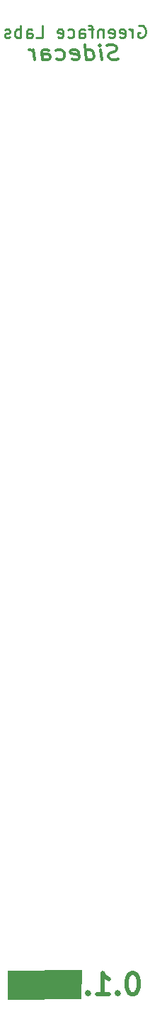
<source format=gbr>
G04 #@! TF.GenerationSoftware,KiCad,Pcbnew,8.0.8*
G04 #@! TF.CreationDate,2025-08-03T15:09:02-07:00*
G04 #@! TF.ProjectId,sidecar,73696465-6361-4722-9e6b-696361645f70,0.1*
G04 #@! TF.SameCoordinates,Original*
G04 #@! TF.FileFunction,Legend,Bot*
G04 #@! TF.FilePolarity,Positive*
%FSLAX46Y46*%
G04 Gerber Fmt 4.6, Leading zero omitted, Abs format (unit mm)*
G04 Created by KiCad (PCBNEW 8.0.8) date 2025-08-03 15:09:02*
%MOMM*%
%LPD*%
G01*
G04 APERTURE LIST*
%ADD10C,0.300000*%
%ADD11C,0.250000*%
%ADD12C,0.100000*%
%ADD13C,0.500000*%
G04 APERTURE END LIST*
D10*
X55120476Y-41151400D02*
X54845476Y-41237114D01*
X54845476Y-41237114D02*
X54369286Y-41237114D01*
X54369286Y-41237114D02*
X54168095Y-41151400D01*
X54168095Y-41151400D02*
X54062143Y-41065685D01*
X54062143Y-41065685D02*
X53945476Y-40894257D01*
X53945476Y-40894257D02*
X53924048Y-40722828D01*
X53924048Y-40722828D02*
X53997857Y-40551400D01*
X53997857Y-40551400D02*
X54082381Y-40465685D01*
X54082381Y-40465685D02*
X54262143Y-40379971D01*
X54262143Y-40379971D02*
X54632381Y-40294257D01*
X54632381Y-40294257D02*
X54812143Y-40208542D01*
X54812143Y-40208542D02*
X54896667Y-40122828D01*
X54896667Y-40122828D02*
X54970476Y-39951400D01*
X54970476Y-39951400D02*
X54949048Y-39779971D01*
X54949048Y-39779971D02*
X54832381Y-39608542D01*
X54832381Y-39608542D02*
X54726429Y-39522828D01*
X54726429Y-39522828D02*
X54525238Y-39437114D01*
X54525238Y-39437114D02*
X54049048Y-39437114D01*
X54049048Y-39437114D02*
X53774048Y-39522828D01*
X53131190Y-41237114D02*
X52981190Y-40037114D01*
X52906190Y-39437114D02*
X53012143Y-39522828D01*
X53012143Y-39522828D02*
X52927619Y-39608542D01*
X52927619Y-39608542D02*
X52821667Y-39522828D01*
X52821667Y-39522828D02*
X52906190Y-39437114D01*
X52906190Y-39437114D02*
X52927619Y-39608542D01*
X51321666Y-41237114D02*
X51096666Y-39437114D01*
X51310952Y-41151400D02*
X51512143Y-41237114D01*
X51512143Y-41237114D02*
X51893095Y-41237114D01*
X51893095Y-41237114D02*
X52072857Y-41151400D01*
X52072857Y-41151400D02*
X52157381Y-41065685D01*
X52157381Y-41065685D02*
X52231190Y-40894257D01*
X52231190Y-40894257D02*
X52166905Y-40379971D01*
X52166905Y-40379971D02*
X52050238Y-40208542D01*
X52050238Y-40208542D02*
X51944286Y-40122828D01*
X51944286Y-40122828D02*
X51743095Y-40037114D01*
X51743095Y-40037114D02*
X51362143Y-40037114D01*
X51362143Y-40037114D02*
X51182381Y-40122828D01*
X49596666Y-41151400D02*
X49797857Y-41237114D01*
X49797857Y-41237114D02*
X50178809Y-41237114D01*
X50178809Y-41237114D02*
X50358571Y-41151400D01*
X50358571Y-41151400D02*
X50432381Y-40979971D01*
X50432381Y-40979971D02*
X50346666Y-40294257D01*
X50346666Y-40294257D02*
X50230000Y-40122828D01*
X50230000Y-40122828D02*
X50028809Y-40037114D01*
X50028809Y-40037114D02*
X49647857Y-40037114D01*
X49647857Y-40037114D02*
X49468095Y-40122828D01*
X49468095Y-40122828D02*
X49394285Y-40294257D01*
X49394285Y-40294257D02*
X49415714Y-40465685D01*
X49415714Y-40465685D02*
X50389523Y-40637114D01*
X47787142Y-41151400D02*
X47988333Y-41237114D01*
X47988333Y-41237114D02*
X48369285Y-41237114D01*
X48369285Y-41237114D02*
X48549047Y-41151400D01*
X48549047Y-41151400D02*
X48633571Y-41065685D01*
X48633571Y-41065685D02*
X48707380Y-40894257D01*
X48707380Y-40894257D02*
X48643095Y-40379971D01*
X48643095Y-40379971D02*
X48526428Y-40208542D01*
X48526428Y-40208542D02*
X48420476Y-40122828D01*
X48420476Y-40122828D02*
X48219285Y-40037114D01*
X48219285Y-40037114D02*
X47838333Y-40037114D01*
X47838333Y-40037114D02*
X47658571Y-40122828D01*
X46083570Y-41237114D02*
X45965713Y-40294257D01*
X45965713Y-40294257D02*
X46039523Y-40122828D01*
X46039523Y-40122828D02*
X46219285Y-40037114D01*
X46219285Y-40037114D02*
X46600237Y-40037114D01*
X46600237Y-40037114D02*
X46801428Y-40122828D01*
X46072856Y-41151400D02*
X46274047Y-41237114D01*
X46274047Y-41237114D02*
X46750237Y-41237114D01*
X46750237Y-41237114D02*
X46929999Y-41151400D01*
X46929999Y-41151400D02*
X47003809Y-40979971D01*
X47003809Y-40979971D02*
X46982380Y-40808542D01*
X46982380Y-40808542D02*
X46865713Y-40637114D01*
X46865713Y-40637114D02*
X46664523Y-40551400D01*
X46664523Y-40551400D02*
X46188332Y-40551400D01*
X46188332Y-40551400D02*
X45987142Y-40465685D01*
X45131189Y-41237114D02*
X44981189Y-40037114D01*
X45024046Y-40379971D02*
X44907380Y-40208542D01*
X44907380Y-40208542D02*
X44801427Y-40122828D01*
X44801427Y-40122828D02*
X44600237Y-40037114D01*
X44600237Y-40037114D02*
X44409761Y-40037114D01*
D11*
X57531427Y-37172357D02*
X57674285Y-37100928D01*
X57674285Y-37100928D02*
X57888570Y-37100928D01*
X57888570Y-37100928D02*
X58102856Y-37172357D01*
X58102856Y-37172357D02*
X58245713Y-37315214D01*
X58245713Y-37315214D02*
X58317142Y-37458071D01*
X58317142Y-37458071D02*
X58388570Y-37743785D01*
X58388570Y-37743785D02*
X58388570Y-37958071D01*
X58388570Y-37958071D02*
X58317142Y-38243785D01*
X58317142Y-38243785D02*
X58245713Y-38386642D01*
X58245713Y-38386642D02*
X58102856Y-38529500D01*
X58102856Y-38529500D02*
X57888570Y-38600928D01*
X57888570Y-38600928D02*
X57745713Y-38600928D01*
X57745713Y-38600928D02*
X57531427Y-38529500D01*
X57531427Y-38529500D02*
X57459999Y-38458071D01*
X57459999Y-38458071D02*
X57459999Y-37958071D01*
X57459999Y-37958071D02*
X57745713Y-37958071D01*
X56817142Y-38600928D02*
X56817142Y-37600928D01*
X56817142Y-37886642D02*
X56745713Y-37743785D01*
X56745713Y-37743785D02*
X56674285Y-37672357D01*
X56674285Y-37672357D02*
X56531427Y-37600928D01*
X56531427Y-37600928D02*
X56388570Y-37600928D01*
X55317142Y-38529500D02*
X55459999Y-38600928D01*
X55459999Y-38600928D02*
X55745714Y-38600928D01*
X55745714Y-38600928D02*
X55888571Y-38529500D01*
X55888571Y-38529500D02*
X55959999Y-38386642D01*
X55959999Y-38386642D02*
X55959999Y-37815214D01*
X55959999Y-37815214D02*
X55888571Y-37672357D01*
X55888571Y-37672357D02*
X55745714Y-37600928D01*
X55745714Y-37600928D02*
X55459999Y-37600928D01*
X55459999Y-37600928D02*
X55317142Y-37672357D01*
X55317142Y-37672357D02*
X55245714Y-37815214D01*
X55245714Y-37815214D02*
X55245714Y-37958071D01*
X55245714Y-37958071D02*
X55959999Y-38100928D01*
X54031428Y-38529500D02*
X54174285Y-38600928D01*
X54174285Y-38600928D02*
X54460000Y-38600928D01*
X54460000Y-38600928D02*
X54602857Y-38529500D01*
X54602857Y-38529500D02*
X54674285Y-38386642D01*
X54674285Y-38386642D02*
X54674285Y-37815214D01*
X54674285Y-37815214D02*
X54602857Y-37672357D01*
X54602857Y-37672357D02*
X54460000Y-37600928D01*
X54460000Y-37600928D02*
X54174285Y-37600928D01*
X54174285Y-37600928D02*
X54031428Y-37672357D01*
X54031428Y-37672357D02*
X53960000Y-37815214D01*
X53960000Y-37815214D02*
X53960000Y-37958071D01*
X53960000Y-37958071D02*
X54674285Y-38100928D01*
X53317143Y-37600928D02*
X53317143Y-38600928D01*
X53317143Y-37743785D02*
X53245714Y-37672357D01*
X53245714Y-37672357D02*
X53102857Y-37600928D01*
X53102857Y-37600928D02*
X52888571Y-37600928D01*
X52888571Y-37600928D02*
X52745714Y-37672357D01*
X52745714Y-37672357D02*
X52674286Y-37815214D01*
X52674286Y-37815214D02*
X52674286Y-38600928D01*
X52174285Y-37600928D02*
X51602857Y-37600928D01*
X51960000Y-38600928D02*
X51960000Y-37315214D01*
X51960000Y-37315214D02*
X51888571Y-37172357D01*
X51888571Y-37172357D02*
X51745714Y-37100928D01*
X51745714Y-37100928D02*
X51602857Y-37100928D01*
X50460000Y-38600928D02*
X50460000Y-37815214D01*
X50460000Y-37815214D02*
X50531428Y-37672357D01*
X50531428Y-37672357D02*
X50674285Y-37600928D01*
X50674285Y-37600928D02*
X50960000Y-37600928D01*
X50960000Y-37600928D02*
X51102857Y-37672357D01*
X50460000Y-38529500D02*
X50602857Y-38600928D01*
X50602857Y-38600928D02*
X50960000Y-38600928D01*
X50960000Y-38600928D02*
X51102857Y-38529500D01*
X51102857Y-38529500D02*
X51174285Y-38386642D01*
X51174285Y-38386642D02*
X51174285Y-38243785D01*
X51174285Y-38243785D02*
X51102857Y-38100928D01*
X51102857Y-38100928D02*
X50960000Y-38029500D01*
X50960000Y-38029500D02*
X50602857Y-38029500D01*
X50602857Y-38029500D02*
X50460000Y-37958071D01*
X49102857Y-38529500D02*
X49245714Y-38600928D01*
X49245714Y-38600928D02*
X49531428Y-38600928D01*
X49531428Y-38600928D02*
X49674285Y-38529500D01*
X49674285Y-38529500D02*
X49745714Y-38458071D01*
X49745714Y-38458071D02*
X49817142Y-38315214D01*
X49817142Y-38315214D02*
X49817142Y-37886642D01*
X49817142Y-37886642D02*
X49745714Y-37743785D01*
X49745714Y-37743785D02*
X49674285Y-37672357D01*
X49674285Y-37672357D02*
X49531428Y-37600928D01*
X49531428Y-37600928D02*
X49245714Y-37600928D01*
X49245714Y-37600928D02*
X49102857Y-37672357D01*
X47888571Y-38529500D02*
X48031428Y-38600928D01*
X48031428Y-38600928D02*
X48317143Y-38600928D01*
X48317143Y-38600928D02*
X48460000Y-38529500D01*
X48460000Y-38529500D02*
X48531428Y-38386642D01*
X48531428Y-38386642D02*
X48531428Y-37815214D01*
X48531428Y-37815214D02*
X48460000Y-37672357D01*
X48460000Y-37672357D02*
X48317143Y-37600928D01*
X48317143Y-37600928D02*
X48031428Y-37600928D01*
X48031428Y-37600928D02*
X47888571Y-37672357D01*
X47888571Y-37672357D02*
X47817143Y-37815214D01*
X47817143Y-37815214D02*
X47817143Y-37958071D01*
X47817143Y-37958071D02*
X48531428Y-38100928D01*
X45317143Y-38600928D02*
X46031429Y-38600928D01*
X46031429Y-38600928D02*
X46031429Y-37100928D01*
X44174286Y-38600928D02*
X44174286Y-37815214D01*
X44174286Y-37815214D02*
X44245714Y-37672357D01*
X44245714Y-37672357D02*
X44388571Y-37600928D01*
X44388571Y-37600928D02*
X44674286Y-37600928D01*
X44674286Y-37600928D02*
X44817143Y-37672357D01*
X44174286Y-38529500D02*
X44317143Y-38600928D01*
X44317143Y-38600928D02*
X44674286Y-38600928D01*
X44674286Y-38600928D02*
X44817143Y-38529500D01*
X44817143Y-38529500D02*
X44888571Y-38386642D01*
X44888571Y-38386642D02*
X44888571Y-38243785D01*
X44888571Y-38243785D02*
X44817143Y-38100928D01*
X44817143Y-38100928D02*
X44674286Y-38029500D01*
X44674286Y-38029500D02*
X44317143Y-38029500D01*
X44317143Y-38029500D02*
X44174286Y-37958071D01*
X43460000Y-38600928D02*
X43460000Y-37100928D01*
X43460000Y-37672357D02*
X43317143Y-37600928D01*
X43317143Y-37600928D02*
X43031428Y-37600928D01*
X43031428Y-37600928D02*
X42888571Y-37672357D01*
X42888571Y-37672357D02*
X42817143Y-37743785D01*
X42817143Y-37743785D02*
X42745714Y-37886642D01*
X42745714Y-37886642D02*
X42745714Y-38315214D01*
X42745714Y-38315214D02*
X42817143Y-38458071D01*
X42817143Y-38458071D02*
X42888571Y-38529500D01*
X42888571Y-38529500D02*
X43031428Y-38600928D01*
X43031428Y-38600928D02*
X43317143Y-38600928D01*
X43317143Y-38600928D02*
X43460000Y-38529500D01*
X42174285Y-38529500D02*
X42031428Y-38600928D01*
X42031428Y-38600928D02*
X41745714Y-38600928D01*
X41745714Y-38600928D02*
X41602857Y-38529500D01*
X41602857Y-38529500D02*
X41531428Y-38386642D01*
X41531428Y-38386642D02*
X41531428Y-38315214D01*
X41531428Y-38315214D02*
X41602857Y-38172357D01*
X41602857Y-38172357D02*
X41745714Y-38100928D01*
X41745714Y-38100928D02*
X41960000Y-38100928D01*
X41960000Y-38100928D02*
X42102857Y-38029500D01*
X42102857Y-38029500D02*
X42174285Y-37886642D01*
X42174285Y-37886642D02*
X42174285Y-37815214D01*
X42174285Y-37815214D02*
X42102857Y-37672357D01*
X42102857Y-37672357D02*
X41960000Y-37600928D01*
X41960000Y-37600928D02*
X41745714Y-37600928D01*
X41745714Y-37600928D02*
X41602857Y-37672357D01*
D12*
X50670446Y-153082717D02*
X41938358Y-153136662D01*
X41948071Y-149728306D01*
X50680159Y-149674361D01*
X50670446Y-153082717D01*
G36*
X50670446Y-153082717D02*
G01*
X41938358Y-153136662D01*
X41948071Y-149728306D01*
X50680159Y-149674361D01*
X50670446Y-153082717D01*
G37*
D13*
X56974198Y-150030848D02*
X56736103Y-150030848D01*
X56736103Y-150030848D02*
X56498007Y-150149896D01*
X56498007Y-150149896D02*
X56378960Y-150268943D01*
X56378960Y-150268943D02*
X56259912Y-150507039D01*
X56259912Y-150507039D02*
X56140865Y-150983229D01*
X56140865Y-150983229D02*
X56140865Y-151578467D01*
X56140865Y-151578467D02*
X56259912Y-152054658D01*
X56259912Y-152054658D02*
X56378960Y-152292753D01*
X56378960Y-152292753D02*
X56498007Y-152411801D01*
X56498007Y-152411801D02*
X56736103Y-152530848D01*
X56736103Y-152530848D02*
X56974198Y-152530848D01*
X56974198Y-152530848D02*
X57212293Y-152411801D01*
X57212293Y-152411801D02*
X57331341Y-152292753D01*
X57331341Y-152292753D02*
X57450388Y-152054658D01*
X57450388Y-152054658D02*
X57569436Y-151578467D01*
X57569436Y-151578467D02*
X57569436Y-150983229D01*
X57569436Y-150983229D02*
X57450388Y-150507039D01*
X57450388Y-150507039D02*
X57331341Y-150268943D01*
X57331341Y-150268943D02*
X57212293Y-150149896D01*
X57212293Y-150149896D02*
X56974198Y-150030848D01*
X55069436Y-152292753D02*
X54950389Y-152411801D01*
X54950389Y-152411801D02*
X55069436Y-152530848D01*
X55069436Y-152530848D02*
X55188484Y-152411801D01*
X55188484Y-152411801D02*
X55069436Y-152292753D01*
X55069436Y-152292753D02*
X55069436Y-152530848D01*
X52569437Y-152530848D02*
X53998008Y-152530848D01*
X53283722Y-152530848D02*
X53283722Y-150030848D01*
X53283722Y-150030848D02*
X53521818Y-150387991D01*
X53521818Y-150387991D02*
X53759913Y-150626086D01*
X53759913Y-150626086D02*
X53998008Y-150745134D01*
X51498008Y-152292753D02*
X51378961Y-152411801D01*
X51378961Y-152411801D02*
X51498008Y-152530848D01*
X51498008Y-152530848D02*
X51617056Y-152411801D01*
X51617056Y-152411801D02*
X51498008Y-152292753D01*
X51498008Y-152292753D02*
X51498008Y-152530848D01*
M02*

</source>
